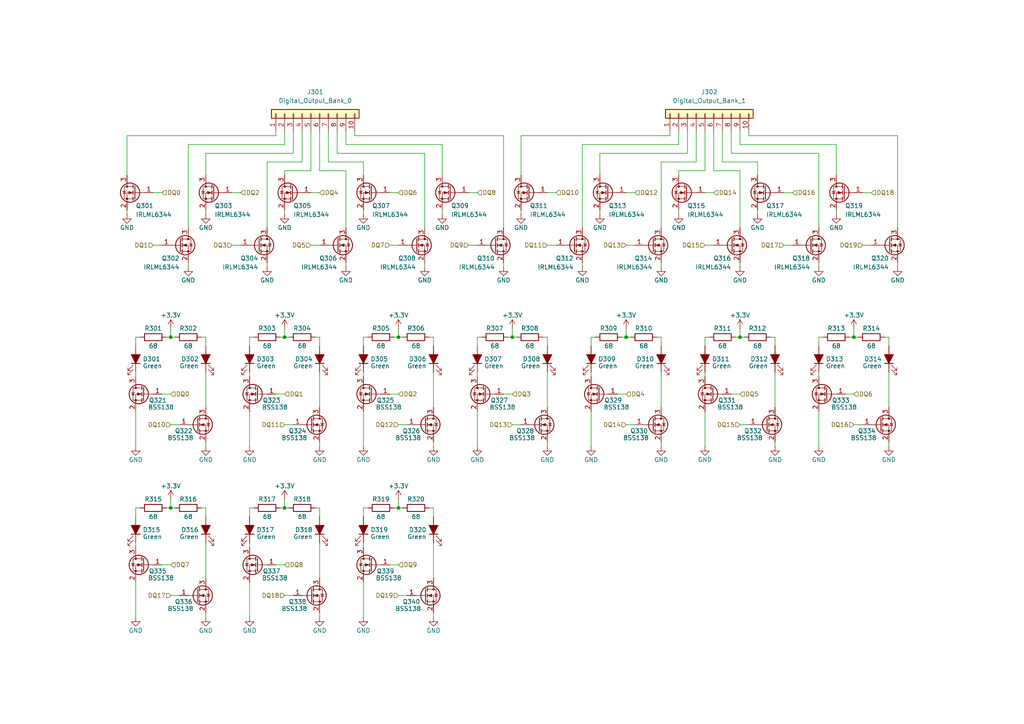
<source format=kicad_sch>
(kicad_sch (version 20250114) (generator "eeschema") (generator_version "9.0")
  (paper "A4")
  (title_block (title "ESP32 Remote IO") (date "2024-10-28") (rev "1") (company "Douglas Almeida"))
  (junction (at 181.61 97.79))
  (junction (at 148.59 97.79))
  (junction (at 49.53 97.79))
  (junction (at 247.65 97.79))
  (junction (at 82.55 147.32))
  (junction (at 82.55 97.79))
  (junction (at 115.57 147.32))
  (junction (at 49.53 147.32))
  (junction (at 115.57 97.79))
  (junction (at 214.63 97.79))
  (wire (pts (xy 114.3 97.79) (xy 115.57 97.79)))
  (wire (pts (xy 191.77 97.79) (xy 191.77 100.33)))
  (wire (pts (xy 260.35 76.2) (xy 260.35 77.47)))
  (wire (pts (xy 92.71 97.79) (xy 92.71 100.33)))
  (wire (pts (xy 190.5 97.79) (xy 191.77 97.79)))
  (wire (pts (xy 191.77 76.2) (xy 191.77 77.47)))
  (wire (pts (xy 58.42 97.79) (xy 59.69 97.79)))
  (wire (pts (xy 115.57 114.3) (xy 113.03 114.3)))
  (wire (pts (xy 209.55 46.99) (xy 209.55 38.1)))
  (wire (pts (xy 138.43 55.88) (xy 135.89 55.88)))
  (wire (pts (xy 125.73 177.8) (xy 125.73 179.07)))
  (wire (pts (xy 199.39 38.1) (xy 199.39 44.45)))
  (wire (pts (xy 181.61 95.25) (xy 181.61 97.79)))
  (wire (pts (xy 242.57 60.96) (xy 242.57 62.23)))
  (wire (pts (xy 181.61 71.12) (xy 184.15 71.12)))
  (wire (pts (xy 72.39 168.91) (xy 72.39 179.07)))
  (wire (pts (xy 201.93 46.99) (xy 201.93 38.1)))
  (wire (pts (xy 213.36 97.79) (xy 214.63 97.79)))
  (wire (pts (xy 82.55 114.3) (xy 80.01 114.3)))
  (wire (pts (xy 138.43 97.79) (xy 138.43 100.33)))
  (wire (pts (xy 135.89 71.12) (xy 138.43 71.12)))
  (wire (pts (xy 36.83 39.37) (xy 80.01 39.37)))
  (wire (pts (xy 72.39 97.79) (xy 72.39 100.33)))
  (wire (pts (xy 173.99 44.45) (xy 173.99 50.8)))
  (wire (pts (xy 256.54 97.79) (xy 257.81 97.79)))
  (wire (pts (xy 39.37 107.95) (xy 39.37 109.22)))
  (wire (pts (xy 69.85 55.88) (xy 67.31 55.88)))
  (wire (pts (xy 191.77 107.95) (xy 191.77 118.11)))
  (wire (pts (xy 95.25 46.99) (xy 95.25 38.1)))
  (wire (pts (xy 54.61 76.2) (xy 54.61 77.47)))
  (wire (pts (xy 90.17 71.12) (xy 92.71 71.12)))
  (wire (pts (xy 49.53 147.32) (xy 50.8 147.32)))
  (wire (pts (xy 67.31 71.12) (xy 69.85 71.12)))
  (wire (pts (xy 92.71 157.48) (xy 92.71 167.64)))
  (wire (pts (xy 39.37 147.32) (xy 39.37 149.86)))
  (wire (pts (xy 173.99 60.96) (xy 173.99 62.23)))
  (wire (pts (xy 105.41 60.96) (xy 105.41 62.23)))
  (wire (pts (xy 217.17 39.37) (xy 260.35 39.37)))
  (wire (pts (xy 196.85 41.91) (xy 196.85 38.1)))
  (wire (pts (xy 105.41 107.95) (xy 105.41 109.22)))
  (wire (pts (xy 82.55 172.72) (xy 85.09 172.72)))
  (wire (pts (xy 204.47 49.53) (xy 204.47 38.1)))
  (wire (pts (xy 158.75 97.79) (xy 158.75 100.33)))
  (wire (pts (xy 105.41 50.8) (xy 105.41 46.99)))
  (wire (pts (xy 59.69 157.48) (xy 59.69 167.64)))
  (wire (pts (xy 138.43 119.38) (xy 138.43 129.54)))
  (wire (pts (xy 59.69 147.32) (xy 59.69 149.86)))
  (wire (pts (xy 72.39 147.32) (xy 73.66 147.32)))
  (wire (pts (xy 217.17 39.37) (xy 217.17 38.1)))
  (wire (pts (xy 125.73 97.79) (xy 125.73 100.33)))
  (wire (pts (xy 196.85 60.96) (xy 196.85 62.23)))
  (wire (pts (xy 49.53 95.25) (xy 49.53 97.79)))
  (wire (pts (xy 59.69 50.8) (xy 59.69 44.45)))
  (wire (pts (xy 224.79 97.79) (xy 224.79 100.33)))
  (wire (pts (xy 124.46 97.79) (xy 125.73 97.79)))
  (wire (pts (xy 214.63 49.53) (xy 214.63 66.04)))
  (wire (pts (xy 92.71 147.32) (xy 92.71 149.86)))
  (wire (pts (xy 207.01 49.53) (xy 214.63 49.53)))
  (wire (pts (xy 49.53 172.72) (xy 52.07 172.72)))
  (wire (pts (xy 115.57 71.12) (xy 113.03 71.12)))
  (wire (pts (xy 105.41 157.48) (xy 105.41 158.75)))
  (wire (pts (xy 100.33 41.91) (xy 128.27 41.91)))
  (wire (pts (xy 237.49 97.79) (xy 238.76 97.79)))
  (wire (pts (xy 196.85 41.91) (xy 168.91 41.91)))
  (wire (pts (xy 82.55 123.19) (xy 85.09 123.19)))
  (wire (pts (xy 81.28 147.32) (xy 82.55 147.32)))
  (wire (pts (xy 146.05 39.37) (xy 146.05 66.04)))
  (wire (pts (xy 72.39 157.48) (xy 72.39 158.75)))
  (wire (pts (xy 105.41 168.91) (xy 105.41 179.07)))
  (wire (pts (xy 92.71 128.27) (xy 92.71 129.54)))
  (wire (pts (xy 214.63 123.19) (xy 217.17 123.19)))
  (wire (pts (xy 49.53 163.83) (xy 46.99 163.83)))
  (wire (pts (xy 105.41 46.99) (xy 95.25 46.99)))
  (wire (pts (xy 204.47 97.79) (xy 204.47 100.33)))
  (wire (pts (xy 151.13 60.96) (xy 151.13 62.23)))
  (wire (pts (xy 59.69 60.96) (xy 59.69 62.23)))
  (wire (pts (xy 158.75 71.12) (xy 161.29 71.12)))
  (wire (pts (xy 242.57 41.91) (xy 242.57 50.8)))
  (wire (pts (xy 237.49 97.79) (xy 237.49 100.33)))
  (wire (pts (xy 39.37 97.79) (xy 40.64 97.79)))
  (wire (pts (xy 181.61 114.3) (xy 179.07 114.3)))
  (wire (pts (xy 59.69 97.79) (xy 59.69 100.33)))
  (wire (pts (xy 91.44 147.32) (xy 92.71 147.32)))
  (wire (pts (xy 72.39 107.95) (xy 72.39 109.22)))
  (wire (pts (xy 82.55 95.25) (xy 82.55 97.79)))
  (wire (pts (xy 191.77 128.27) (xy 191.77 129.54)))
  (wire (pts (xy 102.87 39.37) (xy 102.87 38.1)))
  (wire (pts (xy 158.75 128.27) (xy 158.75 129.54)))
  (wire (pts (xy 115.57 163.83) (xy 113.03 163.83)))
  (wire (pts (xy 92.71 177.8) (xy 92.71 179.07)))
  (wire (pts (xy 191.77 46.99) (xy 191.77 66.04)))
  (wire (pts (xy 82.55 97.79) (xy 83.82 97.79)))
  (wire (pts (xy 196.85 49.53) (xy 196.85 50.8)))
  (wire (pts (xy 125.73 107.95) (xy 125.73 118.11)))
  (wire (pts (xy 171.45 97.79) (xy 171.45 100.33)))
  (wire (pts (xy 214.63 41.91) (xy 214.63 38.1)))
  (wire (pts (xy 148.59 95.25) (xy 148.59 97.79)))
  (wire (pts (xy 201.93 46.99) (xy 191.77 46.99)))
  (wire (pts (xy 146.05 76.2) (xy 146.05 77.47)))
  (wire (pts (xy 212.09 44.45) (xy 237.49 44.45)))
  (wire (pts (xy 128.27 60.96) (xy 128.27 62.23)))
  (wire (pts (xy 39.37 97.79) (xy 39.37 100.33)))
  (wire (pts (xy 158.75 107.95) (xy 158.75 118.11)))
  (wire (pts (xy 59.69 128.27) (xy 59.69 129.54)))
  (wire (pts (xy 115.57 123.19) (xy 118.11 123.19)))
  (wire (pts (xy 125.73 147.32) (xy 125.73 149.86)))
  (wire (pts (xy 247.65 95.25) (xy 247.65 97.79)))
  (wire (pts (xy 115.57 95.25) (xy 115.57 97.79)))
  (wire (pts (xy 48.26 147.32) (xy 49.53 147.32)))
  (wire (pts (xy 82.55 41.91) (xy 82.55 38.1)))
  (wire (pts (xy 82.55 60.96) (xy 82.55 62.23)))
  (wire (pts (xy 44.45 71.12) (xy 46.99 71.12)))
  (wire (pts (xy 214.63 97.79) (xy 215.9 97.79)))
  (wire (pts (xy 237.49 44.45) (xy 237.49 66.04)))
  (wire (pts (xy 180.34 97.79) (xy 181.61 97.79)))
  (wire (pts (xy 207.01 55.88) (xy 204.47 55.88)))
  (wire (pts (xy 123.19 76.2) (xy 123.19 77.47)))
  (wire (pts (xy 115.57 147.32) (xy 116.84 147.32)))
  (wire (pts (xy 54.61 66.04) (xy 54.61 41.91)))
  (wire (pts (xy 46.99 55.88) (xy 44.45 55.88)))
  (wire (pts (xy 171.45 107.95) (xy 171.45 109.22)))
  (wire (pts (xy 229.87 71.12) (xy 227.33 71.12)))
  (wire (pts (xy 171.45 97.79) (xy 172.72 97.79)))
  (wire (pts (xy 260.35 39.37) (xy 260.35 66.04)))
  (wire (pts (xy 72.39 119.38) (xy 72.39 129.54)))
  (wire (pts (xy 224.79 128.27) (xy 224.79 129.54)))
  (wire (pts (xy 85.09 44.45) (xy 85.09 38.1)))
  (wire (pts (xy 148.59 123.19) (xy 151.13 123.19)))
  (wire (pts (xy 82.55 163.83) (xy 80.01 163.83)))
  (wire (pts (xy 194.31 39.37) (xy 194.31 38.1)))
  (wire (pts (xy 92.71 107.95) (xy 92.71 118.11)))
  (wire (pts (xy 138.43 107.95) (xy 138.43 109.22)))
  (wire (pts (xy 87.63 46.99) (xy 87.63 38.1)))
  (wire (pts (xy 204.47 97.79) (xy 205.74 97.79)))
  (wire (pts (xy 168.91 41.91) (xy 168.91 66.04)))
  (wire (pts (xy 219.71 60.96) (xy 219.71 62.23)))
  (wire (pts (xy 246.38 97.79) (xy 247.65 97.79)))
  (wire (pts (xy 250.19 71.12) (xy 252.73 71.12)))
  (wire (pts (xy 92.71 49.53) (xy 92.71 38.1)))
  (wire (pts (xy 48.26 97.79) (xy 49.53 97.79)))
  (wire (pts (xy 148.59 97.79) (xy 149.86 97.79)))
  (wire (pts (xy 209.55 46.99) (xy 219.71 46.99)))
  (wire (pts (xy 58.42 147.32) (xy 59.69 147.32)))
  (wire (pts (xy 125.73 128.27) (xy 125.73 129.54)))
  (wire (pts (xy 227.33 55.88) (xy 229.87 55.88)))
  (wire (pts (xy 181.61 97.79) (xy 182.88 97.79)))
  (wire (pts (xy 151.13 39.37) (xy 194.31 39.37)))
  (wire (pts (xy 82.55 147.32) (xy 83.82 147.32)))
  (wire (pts (xy 237.49 107.95) (xy 237.49 109.22)))
  (wire (pts (xy 214.63 76.2) (xy 214.63 77.47)))
  (wire (pts (xy 113.03 55.88) (xy 115.57 55.88)))
  (wire (pts (xy 181.61 123.19) (xy 184.15 123.19)))
  (wire (pts (xy 59.69 177.8) (xy 59.69 179.07)))
  (wire (pts (xy 252.73 55.88) (xy 250.19 55.88)))
  (wire (pts (xy 82.55 49.53) (xy 82.55 50.8)))
  (wire (pts (xy 212.09 44.45) (xy 212.09 38.1)))
  (wire (pts (xy 171.45 119.38) (xy 171.45 129.54)))
  (wire (pts (xy 39.37 147.32) (xy 40.64 147.32)))
  (wire (pts (xy 124.46 147.32) (xy 125.73 147.32)))
  (wire (pts (xy 97.79 44.45) (xy 97.79 38.1)))
  (wire (pts (xy 49.53 144.78) (xy 49.53 147.32)))
  (wire (pts (xy 123.19 44.45) (xy 97.79 44.45)))
  (wire (pts (xy 204.47 119.38) (xy 204.47 129.54)))
  (wire (pts (xy 49.53 97.79) (xy 50.8 97.79)))
  (wire (pts (xy 80.01 39.37) (xy 80.01 38.1)))
  (wire (pts (xy 128.27 41.91) (xy 128.27 50.8)))
  (wire (pts (xy 148.59 114.3) (xy 146.05 114.3)))
  (wire (pts (xy 219.71 46.99) (xy 219.71 50.8)))
  (wire (pts (xy 247.65 97.79) (xy 248.92 97.79)))
  (wire (pts (xy 115.57 144.78) (xy 115.57 147.32)))
  (wire (pts (xy 237.49 76.2) (xy 237.49 77.47)))
  (wire (pts (xy 151.13 39.37) (xy 151.13 50.8)))
  (wire (pts (xy 147.32 97.79) (xy 148.59 97.79)))
  (wire (pts (xy 214.63 41.91) (xy 242.57 41.91)))
  (wire (pts (xy 90.17 49.53) (xy 90.17 38.1)))
  (wire (pts (xy 36.83 50.8) (xy 36.83 39.37)))
  (wire (pts (xy 115.57 97.79) (xy 116.84 97.79)))
  (wire (pts (xy 138.43 97.79) (xy 139.7 97.79)))
  (wire (pts (xy 100.33 49.53) (xy 92.71 49.53)))
  (wire (pts (xy 105.41 147.32) (xy 106.68 147.32)))
  (wire (pts (xy 105.41 97.79) (xy 106.68 97.79)))
  (wire (pts (xy 91.44 97.79) (xy 92.71 97.79)))
  (wire (pts (xy 257.81 128.27) (xy 257.81 129.54)))
  (wire (pts (xy 100.33 41.91) (xy 100.33 38.1)))
  (wire (pts (xy 168.91 76.2) (xy 168.91 77.47)))
  (wire (pts (xy 247.65 123.19) (xy 250.19 123.19)))
  (wire (pts (xy 125.73 157.48) (xy 125.73 167.64)))
  (wire (pts (xy 82.55 144.78) (xy 82.55 147.32)))
  (wire (pts (xy 59.69 107.95) (xy 59.69 118.11)))
  (wire (pts (xy 77.47 46.99) (xy 87.63 46.99)))
  (wire (pts (xy 214.63 114.3) (xy 212.09 114.3)))
  (wire (pts (xy 237.49 119.38) (xy 237.49 129.54)))
  (wire (pts (xy 49.53 114.3) (xy 46.99 114.3)))
  (wire (pts (xy 105.41 119.38) (xy 105.41 129.54)))
  (wire (pts (xy 39.37 119.38) (xy 39.37 129.54)))
  (wire (pts (xy 184.15 55.88) (xy 181.61 55.88)))
  (wire (pts (xy 105.41 97.79) (xy 105.41 100.33)))
  (wire (pts (xy 115.57 172.72) (xy 118.11 172.72)))
  (wire (pts (xy 161.29 55.88) (xy 158.75 55.88)))
  (wire (pts (xy 146.05 39.37) (xy 102.87 39.37)))
  (wire (pts (xy 257.81 97.79) (xy 257.81 100.33)))
  (wire (pts (xy 49.53 123.19) (xy 52.07 123.19)))
  (wire (pts (xy 199.39 44.45) (xy 173.99 44.45)))
  (wire (pts (xy 92.71 55.88) (xy 90.17 55.88)))
  (wire (pts (xy 224.79 107.95) (xy 224.79 118.11)))
  (wire (pts (xy 81.28 97.79) (xy 82.55 97.79)))
  (wire (pts (xy 82.55 49.53) (xy 90.17 49.53)))
  (wire (pts (xy 257.81 107.95) (xy 257.81 118.11)))
  (wire (pts (xy 207.01 38.1) (xy 207.01 49.53)))
  (wire (pts (xy 59.69 44.45) (xy 85.09 44.45)))
  (wire (pts (xy 204.47 107.95) (xy 204.47 109.22)))
  (wire (pts (xy 72.39 97.79) (xy 73.66 97.79)))
  (wire (pts (xy 204.47 71.12) (xy 207.01 71.12)))
  (wire (pts (xy 77.47 66.04) (xy 77.47 46.99)))
  (wire (pts (xy 36.83 60.96) (xy 36.83 62.23)))
  (wire (pts (xy 214.63 95.25) (xy 214.63 97.79)))
  (wire (pts (xy 72.39 147.32) (xy 72.39 149.86)))
  (wire (pts (xy 39.37 168.91) (xy 39.37 179.07)))
  (wire (pts (xy 77.47 76.2) (xy 77.47 77.47)))
  (wire (pts (xy 123.19 66.04) (xy 123.19 44.45)))
  (wire (pts (xy 204.47 49.53) (xy 196.85 49.53)))
  (wire (pts (xy 54.61 41.91) (xy 82.55 41.91)))
  (wire (pts (xy 105.41 147.32) (xy 105.41 149.86)))
  (wire (pts (xy 39.37 157.48) (xy 39.37 158.75)))
  (wire (pts (xy 247.65 114.3) (xy 245.11 114.3)))
  (wire (pts (xy 100.33 66.04) (xy 100.33 49.53)))
  (wire (pts (xy 114.3 147.32) (xy 115.57 147.32)))
  (wire (pts (xy 157.48 97.79) (xy 158.75 97.79)))
  (wire (pts (xy 223.52 97.79) (xy 224.79 97.79)))
  (wire (pts (xy 100.33 76.2) (xy 100.33 77.47)))
  (hierarchical_label "DQ2" (shape input) (at 69.85 55.88 0))
  (hierarchical_label "DQ9" (shape input) (at 135.89 71.12 180))
  (hierarchical_label "DQ3" (shape input) (at 148.59 114.3 0))
  (hierarchical_label "DQ8" (shape input) (at 82.55 163.83 0))
  (hierarchical_label "DQ19" (shape input) (at 115.57 172.72 180))
  (hierarchical_label "DQ15" (shape input) (at 214.63 123.19 180))
  (hierarchical_label "DQ18" (shape input) (at 252.73 55.88 0))
  (hierarchical_label "DQ9" (shape input) (at 115.57 163.83 0))
  (hierarchical_label "DQ6" (shape input) (at 115.57 55.88 0))
  (hierarchical_label "DQ13" (shape input) (at 148.59 123.19 180))
  (hierarchical_label "DQ14" (shape input) (at 181.61 123.19 180))
  (hierarchical_label "DQ1" (shape input) (at 82.55 114.3 0))
  (hierarchical_label "DQ18" (shape input) (at 82.55 172.72 180))
  (hierarchical_label "DQ7" (shape input) (at 49.53 163.83 0))
  (hierarchical_label "DQ13" (shape input) (at 181.61 71.12 180))
  (hierarchical_label "DQ12" (shape input) (at 115.57 123.19 180))
  (hierarchical_label "DQ10" (shape input) (at 49.53 123.19 180))
  (hierarchical_label "DQ15" (shape input) (at 204.47 71.12 180))
  (hierarchical_label "DQ1" (shape input) (at 44.45 71.12 180))
  (hierarchical_label "DQ11" (shape input) (at 82.55 123.19 180))
  (hierarchical_label "DQ0" (shape input) (at 49.53 114.3 0))
  (hierarchical_label "DQ16" (shape input) (at 229.87 55.88 0))
  (hierarchical_label "DQ17" (shape input) (at 227.33 71.12 180))
  (hierarchical_label "DQ7" (shape input) (at 113.03 71.12 180))
  (hierarchical_label "DQ16" (shape input) (at 247.65 123.19 180))
  (hierarchical_label "DQ17" (shape input) (at 49.53 172.72 180))
  (hierarchical_label "DQ11" (shape input) (at 158.75 71.12 180))
  (hierarchical_label "DQ4" (shape input) (at 92.71 55.88 0))
  (hierarchical_label "DQ14" (shape input) (at 207.01 55.88 0))
  (hierarchical_label "DQ6" (shape input) (at 247.65 114.3 0))
  (hierarchical_label "DQ5" (shape input) (at 214.63 114.3 0))
  (hierarchical_label "DQ3" (shape input) (at 67.31 71.12 180))
  (hierarchical_label "DQ4" (shape input) (at 181.61 114.3 0))
  (hierarchical_label "DQ5" (shape input) (at 90.17 71.12 180))
  (hierarchical_label "DQ10" (shape input) (at 161.29 55.88 0))
  (hierarchical_label "DQ0" (shape input) (at 46.99 55.88 0))
  (hierarchical_label "DQ12" (shape input) (at 184.15 55.88 0))
  (hierarchical_label "DQ2" (shape input) (at 115.57 114.3 0))
  (hierarchical_label "DQ8" (shape input) (at 138.43 55.88 0))
  (hierarchical_label "DQ19" (shape input) (at 250.19 71.12 180))
  (symbol (lib_id "esp32_rio-symbols:Q_NMOS_GSD") (at 39.37 55.88 0) (mirror y) (unit 1)
    (property "Reference" "Q301" (at 39.37 59.69 0) (effects (justify right)))
    (property "Value" "IRLML6344" (at 39.37 62.23 0) (effects (justify right)))
    (property "Footprint" "Package_TO_SOT_SMD:SOT-23" (effects (hide yes)))
    (property "Datasheet" "https://www.infineon.com/dgdl/Infineon-IRLML6344-DataSheet-v01_01-EN.pdf?fileId=5546d462533600a4015356689c44262c" (effects (hide yes)))
    (property "Description" "30V Vds, 5A Id, N-Channel MOSFET, SOT-23" (effects (hide yes)))
    (property "Part#" "IRLML6344TRPBF" (effects (hide yes)))
  )
  (symbol (lib_id "esp32_rio-symbols:BSS138") (at 173.99 114.3 0) (mirror y) (unit 1)
    (property "Reference" "Q329" (at 175.26 116.84 0) (effects (justify right bottom)))
    (property "Value" "BSS138" (at 175.006 118.11 0) (effects (justify right)))
    (property "Footprint" "Package_TO_SOT_SMD:SOT-23" (effects (hide yes)))
    (property "Datasheet" "https://www.onsemi.com/pub/Collateral/BSS138-D.PDF" (effects (hide yes)))
    (property "Description" "50V Vds, 0.22A Id, N-Channel MOSFET, SOT-23" (effects (hide yes)))
    (property "Part#" "BSS138-7-F" (effects (hide yes)))
  )
  (symbol (lib_id "power:+3.3V") (at 82.55 144.78 0) (mirror y) (unit 1)
    (property "Reference" "#PWR0326" (effects (hide yes)))
    (property "Value" "+3.3V" (at 82.55 140.97 0))
    (property "Description" "Power symbol creates a global label with name \"+3.3V\"" (effects (hide yes)))
  )
  (symbol (lib_id "esp32_rio-symbols:Q_NMOS_GSD") (at 153.67 55.88 0) (mirror y) (unit 1)
    (property "Reference" "Q311" (at 153.67 59.69 0) (effects (justify right)))
    (property "Value" "IRLML6344" (at 153.67 62.23 0) (effects (justify right)))
    (property "Footprint" "Package_TO_SOT_SMD:SOT-23" (effects (hide yes)))
    (property "Datasheet" "https://www.infineon.com/dgdl/Infineon-IRLML6344-DataSheet-v01_01-EN.pdf?fileId=5546d462533600a4015356689c44262c" (effects (hide yes)))
    (property "Description" "30V Vds, 5A Id, N-Channel MOSFET, SOT-23" (effects (hide yes)))
    (property "Part#" "IRLML6344TRPBF" (effects (hide yes)))
  )
  (symbol (lib_id "esp32_rio-symbols:BSS138") (at 123.19 172.72 0) (unit 1)
    (property "Reference" "Q340" (at 121.92 175.26 0) (effects (justify right bottom)))
    (property "Value" "BSS138" (at 122.174 176.53 0) (effects (justify right)))
    (property "Footprint" "Package_TO_SOT_SMD:SOT-23" (effects (hide yes)))
    (property "Datasheet" "https://www.onsemi.com/pub/Collateral/BSS138-D.PDF" (effects (hide yes)))
    (property "Description" "50V Vds, 0.22A Id, N-Channel MOSFET, SOT-23" (effects (hide yes)))
    (property "Part#" "BSS138-7-F" (effects (hide yes)))
  )
  (symbol (lib_id "power:+3.3V") (at 148.59 95.25 0) (mirror y) (unit 1)
    (property "Reference" "#PWR0311" (effects (hide yes)))
    (property "Value" "+3.3V" (at 148.59 91.44 0))
    (property "Description" "Power symbol creates a global label with name \"+3.3V\"" (effects (hide yes)))
  )
  (symbol (lib_name "GND_1") (lib_id "power:GND") (at 214.63 77.47 0) (unit 1)
    (property "Reference" "#PWR059" (effects (hide yes)))
    (property "Value" "GND" (at 214.63 81.28 0))
  )
  (symbol (lib_name "GND_1") (lib_id "power:GND") (at 224.79 129.54 0) (unit 1)
    (property "Reference" "#PWR0318" (effects (hide yes)))
    (property "Value" "GND" (at 224.79 133.35 0))
  )
  (symbol (lib_id "esp32_rio-symbols:BSS138") (at 189.23 123.19 0) (unit 1)
    (property "Reference" "Q330" (at 187.96 125.73 0) (effects (justify right bottom)))
    (property "Value" "BSS138" (at 188.214 127 0) (effects (justify right)))
    (property "Footprint" "Package_TO_SOT_SMD:SOT-23" (effects (hide yes)))
    (property "Datasheet" "https://www.onsemi.com/pub/Collateral/BSS138-D.PDF" (effects (hide yes)))
    (property "Description" "50V Vds, 0.22A Id, N-Channel MOSFET, SOT-23" (effects (hide yes)))
    (property "Part#" "BSS138-7-F" (effects (hide yes)))
  )
  (symbol (lib_name "GND_1") (lib_id "power:GND") (at 72.39 129.54 0) (unit 1)
    (property "Reference" "#PWR0304" (effects (hide yes)))
    (property "Value" "GND" (at 72.39 133.35 0))
  )
  (symbol (lib_id "esp32_rio-symbols:LED_Filled") (at 92.71 104.14 90) (unit 1)
    (property "Reference" "D304" (at 90.678 104.14 90) (effects (justify left)))
    (property "Value" "Green" (at 90.678 105.41 90) (effects (justify left bottom)))
    (property "Footprint" "esp32_rio-footprints:LED_D3.0mm" (effects (hide yes)))
    (property "Description" "Light emitting diode, filled shape" (effects (hide yes)))
    (property "Part#" "204-10SYGD/S530-E2-L" (effects (hide yes)))
  )
  (symbol (lib_id "esp32_rio-symbols:BSS138") (at 107.95 163.83 0) (mirror y) (unit 1)
    (property "Reference" "Q339" (at 109.22 166.37 0) (effects (justify right bottom)))
    (property "Value" "BSS138" (at 108.966 167.64 0) (effects (justify right)))
    (property "Footprint" "Package_TO_SOT_SMD:SOT-23" (effects (hide yes)))
    (property "Datasheet" "https://www.onsemi.com/pub/Collateral/BSS138-D.PDF" (effects (hide yes)))
    (property "Description" "50V Vds, 0.22A Id, N-Channel MOSFET, SOT-23" (effects (hide yes)))
    (property "Part#" "BSS138-7-F" (effects (hide yes)))
  )
  (symbol (lib_id "esp32_rio-symbols:R") (at 44.45 147.32 90) (unit 1)
    (property "Reference" "R315" (at 44.45 144.78 90))
    (property "Value" "68" (at 44.45 149.86 90))
    (property "Footprint" "Resistor_SMD:R_0603_1608Metric" (effects (hide yes)))
    (property "Description" "Resistor" (effects (hide yes)))
    (property "Part#" "RC0603FR-0768RL" (effects (hide yes)))
  )
  (symbol (lib_id "esp32_rio-symbols:R") (at 110.49 147.32 90) (unit 1)
    (property "Reference" "R319" (at 110.49 144.78 90))
    (property "Value" "68" (at 110.49 149.86 90))
    (property "Footprint" "Resistor_SMD:R_0603_1608Metric" (effects (hide yes)))
    (property "Description" "Resistor" (effects (hide yes)))
    (property "Part#" "RC0603FR-0768RL" (effects (hide yes)))
  )
  (symbol (lib_id "esp32_rio-symbols:BSS138") (at 90.17 123.19 0) (unit 1)
    (property "Reference" "Q324" (at 88.9 125.73 0) (effects (justify right bottom)))
    (property "Value" "BSS138" (at 89.154 127 0) (effects (justify right)))
    (property "Footprint" "Package_TO_SOT_SMD:SOT-23" (effects (hide yes)))
    (property "Datasheet" "https://www.onsemi.com/pub/Collateral/BSS138-D.PDF" (effects (hide yes)))
    (property "Description" "50V Vds, 0.22A Id, N-Channel MOSFET, SOT-23" (effects (hide yes)))
    (property "Part#" "BSS138-7-F" (effects (hide yes)))
  )
  (symbol (lib_name "GND_1") (lib_id "power:GND") (at 72.39 179.07 0) (unit 1)
    (property "Reference" "#PWR0325" (effects (hide yes)))
    (property "Value" "GND" (at 72.39 182.88 0))
  )
  (symbol (lib_id "esp32_rio-symbols:BSS138") (at 123.19 123.19 0) (unit 1)
    (property "Reference" "Q326" (at 121.92 125.73 0) (effects (justify right bottom)))
    (property "Value" "BSS138" (at 122.174 127 0) (effects (justify right)))
    (property "Footprint" "Package_TO_SOT_SMD:SOT-23" (effects (hide yes)))
    (property "Datasheet" "https://www.onsemi.com/pub/Collateral/BSS138-D.PDF" (effects (hide yes)))
    (property "Description" "50V Vds, 0.22A Id, N-Channel MOSFET, SOT-23" (effects (hide yes)))
    (property "Part#" "BSS138-7-F" (effects (hide yes)))
  )
  (symbol (lib_name "GND_1") (lib_id "power:GND") (at 173.99 62.23 0) (unit 1)
    (property "Reference" "#PWR056" (effects (hide yes)))
    (property "Value" "GND" (at 173.99 66.04 0))
  )
  (symbol (lib_id "esp32_rio-symbols:Q_NMOS_GSD") (at 130.81 55.88 0) (mirror y) (unit 1)
    (property "Reference" "Q309" (at 130.81 59.69 0) (effects (justify right)))
    (property "Value" "IRLML6344" (at 130.81 62.23 0) (effects (justify right)))
    (property "Footprint" "Package_TO_SOT_SMD:SOT-23" (effects (hide yes)))
    (property "Datasheet" "https://www.infineon.com/dgdl/Infineon-IRLML6344-DataSheet-v01_01-EN.pdf?fileId=5546d462533600a4015356689c44262c" (effects (hide yes)))
    (property "Description" "30V Vds, 5A Id, N-Channel MOSFET, SOT-23" (effects (hide yes)))
    (property "Part#" "IRLML6344TRPBF" (effects (hide yes)))
  )
  (symbol (lib_name "GND_1") (lib_id "power:GND") (at 105.41 62.23 0) (unit 1)
    (property "Reference" "#PWR052" (effects (hide yes)))
    (property "Value" "GND" (at 105.41 66.04 0))
  )
  (symbol (lib_id "esp32_rio-symbols:R") (at 153.67 97.79 90) (unit 1)
    (property "Reference" "R308" (at 153.67 95.25 90))
    (property "Value" "68" (at 153.67 100.33 90))
    (property "Footprint" "Resistor_SMD:R_0603_1608Metric" (effects (hide yes)))
    (property "Description" "Resistor" (effects (hide yes)))
    (property "Part#" "RC0603FR-0768RL" (effects (hide yes)))
  )
  (symbol (lib_id "power:+3.3V") (at 82.55 95.25 0) (mirror y) (unit 1)
    (property "Reference" "#PWR0305" (effects (hide yes)))
    (property "Value" "+3.3V" (at 82.55 91.44 0))
    (property "Description" "Power symbol creates a global label with name \"+3.3V\"" (effects (hide yes)))
  )
  (symbol (lib_id "esp32_rio-symbols:Q_NMOS_GSD") (at 212.09 71.12 0) (unit 1)
    (property "Reference" "Q316" (at 212.09 74.93 0) (effects (justify right)))
    (property "Value" "IRLML6344" (at 212.09 77.47 0) (effects (justify right)))
    (property "Footprint" "Package_TO_SOT_SMD:SOT-23" (effects (hide yes)))
    (property "Datasheet" "https://www.infineon.com/dgdl/Infineon-IRLML6344-DataSheet-v01_01-EN.pdf?fileId=5546d462533600a4015356689c44262c" (effects (hide yes)))
    (property "Description" "30V Vds, 5A Id, N-Channel MOSFET, SOT-23" (effects (hide yes)))
    (property "Part#" "IRLML6344TRPBF" (effects (hide yes)))
  )
  (symbol (lib_name "GND_1") (lib_id "power:GND") (at 138.43 129.54 0) (unit 1)
    (property "Reference" "#PWR0310" (effects (hide yes)))
    (property "Value" "GND" (at 138.43 133.35 0))
  )
  (symbol (lib_id "esp32_rio-symbols:R") (at 120.65 147.32 90) (unit 1)
    (property "Reference" "R320" (at 120.65 144.78 90))
    (property "Value" "68" (at 120.65 149.86 90))
    (property "Footprint" "Resistor_SMD:R_0603_1608Metric" (effects (hide yes)))
    (property "Description" "Resistor" (effects (hide yes)))
    (property "Part#" "RC0603FR-0768RL" (effects (hide yes)))
  )
  (symbol (lib_id "esp32_rio-symbols:LED_Filled") (at 237.49 104.14 270) (mirror x) (unit 1)
    (property "Reference" "D313" (at 239.522 104.14 90) (effects (justify left)))
    (property "Value" "Green" (at 239.522 105.41 90) (effects (justify left bottom)))
    (property "Footprint" "esp32_rio-footprints:LED_D3.0mm" (effects (hide yes)))
    (property "Description" "Light emitting diode, filled shape" (effects (hide yes)))
    (property "Part#" "204-10SYGD/S530-E2-L" (effects (hide yes)))
  )
  (symbol (lib_name "GND_1") (lib_id "power:GND") (at 196.85 62.23 0) (unit 1)
    (property "Reference" "#PWR058" (effects (hide yes)))
    (property "Value" "GND" (at 196.85 66.04 0))
  )
  (symbol (lib_id "esp32_rio-symbols:R") (at 77.47 147.32 90) (unit 1)
    (property "Reference" "R317" (at 77.47 144.78 90))
    (property "Value" "68" (at 77.47 149.86 90))
    (property "Footprint" "Resistor_SMD:R_0603_1608Metric" (effects (hide yes)))
    (property "Description" "Resistor" (effects (hide yes)))
    (property "Part#" "RC0603FR-0768RL" (effects (hide yes)))
  )
  (symbol (lib_id "esp32_rio-symbols:Q_NMOS_GSD") (at 189.23 71.12 0) (unit 1)
    (property "Reference" "Q314" (at 189.23 74.93 0) (effects (justify right)))
    (property "Value" "IRLML6344" (at 189.23 77.47 0) (effects (justify right)))
    (property "Footprint" "Package_TO_SOT_SMD:SOT-23" (effects (hide yes)))
    (property "Datasheet" "https://www.infineon.com/dgdl/Infineon-IRLML6344-DataSheet-v01_01-EN.pdf?fileId=5546d462533600a4015356689c44262c" (effects (hide yes)))
    (property "Description" "30V Vds, 5A Id, N-Channel MOSFET, SOT-23" (effects (hide yes)))
    (property "Part#" "IRLML6344TRPBF" (effects (hide yes)))
  )
  (symbol (lib_name "GND_1") (lib_id "power:GND") (at 36.83 62.23 0) (unit 1)
    (property "Reference" "#PWR062" (effects (hide yes)))
    (property "Value" "GND" (at 36.83 66.04 0))
  )
  (symbol (lib_name "GND_1") (lib_id "power:GND") (at 77.47 77.47 0) (unit 1)
    (property "Reference" "#PWR065" (effects (hide yes)))
    (property "Value" "GND" (at 77.47 81.28 0))
  )
  (symbol (lib_name "GND_1") (lib_id "power:GND") (at 59.69 62.23 0) (unit 1)
    (property "Reference" "#PWR064" (effects (hide yes)))
    (property "Value" "GND" (at 59.69 66.04 0))
  )
  (symbol (lib_id "esp32_rio-symbols:LED_Filled") (at 72.39 153.67 270) (mirror x) (unit 1)
    (property "Reference" "D317" (at 74.422 153.67 90) (effects (justify left)))
    (property "Value" "Green" (at 74.422 154.94 90) (effects (justify left bottom)))
    (property "Footprint" "esp32_rio-footprints:LED_D3.0mm" (effects (hide yes)))
    (property "Description" "Light emitting diode, filled shape" (effects (hide yes)))
    (property "Part#" "204-10SYGD/S530-E2-L" (effects (hide yes)))
  )
  (symbol (lib_id "esp32_rio-symbols:Q_NMOS_GSD") (at 245.11 55.88 0) (mirror y) (unit 1)
    (property "Reference" "Q319" (at 245.11 59.69 0) (effects (justify right)))
    (property "Value" "IRLML6344" (at 245.11 62.23 0) (effects (justify right)))
    (property "Footprint" "Package_TO_SOT_SMD:SOT-23" (effects (hide yes)))
    (property "Datasheet" "https://www.infineon.com/dgdl/Infineon-IRLML6344-DataSheet-v01_01-EN.pdf?fileId=5546d462533600a4015356689c44262c" (effects (hide yes)))
    (property "Description" "30V Vds, 5A Id, N-Channel MOSFET, SOT-23" (effects (hide yes)))
    (property "Part#" "IRLML6344TRPBF" (effects (hide yes)))
  )
  (symbol (lib_id "esp32_rio-symbols:LED_Filled") (at 125.73 104.14 90) (unit 1)
    (property "Reference" "D306" (at 123.698 104.14 90) (effects (justify left)))
    (property "Value" "Green" (at 123.698 105.41 90) (effects (justify left bottom)))
    (property "Footprint" "esp32_rio-footprints:LED_D3.0mm" (effects (hide yes)))
    (property "Description" "Light emitting diode, filled shape" (effects (hide yes)))
    (property "Part#" "204-10SYGD/S530-E2-L" (effects (hide yes)))
  )
  (symbol (lib_id "esp32_rio-symbols:Q_NMOS_GSD") (at 62.23 55.88 0) (mirror y) (unit 1)
    (property "Reference" "Q303" (at 62.23 59.69 0) (effects (justify right)))
    (property "Value" "IRLML6344" (at 62.23 62.23 0) (effects (justify right)))
    (property "Footprint" "Package_TO_SOT_SMD:SOT-23" (effects (hide yes)))
    (property "Datasheet" "https://www.infineon.com/dgdl/Infineon-IRLML6344-DataSheet-v01_01-EN.pdf?fileId=5546d462533600a4015356689c44262c" (effects (hide yes)))
    (property "Description" "30V Vds, 5A Id, N-Channel MOSFET, SOT-23" (effects (hide yes)))
    (property "Part#" "IRLML6344TRPBF" (effects (hide yes)))
  )
  (symbol (lib_id "esp32_rio-symbols:R") (at 77.47 97.79 90) (unit 1)
    (property "Reference" "R303" (at 77.47 95.25 90))
    (property "Value" "68" (at 77.47 100.33 90))
    (property "Footprint" "Resistor_SMD:R_0603_1608Metric" (effects (hide yes)))
    (property "Description" "Resistor" (effects (hide yes)))
    (property "Part#" "RC0603FR-0768RL" (effects (hide yes)))
  )
  (symbol (lib_name "GND_1") (lib_id "power:GND") (at 260.35 77.47 0) (unit 1)
    (property "Reference" "#PWR069" (effects (hide yes)))
    (property "Value" "GND" (at 260.35 81.28 0))
  )
  (symbol (lib_name "GND_1") (lib_id "power:GND") (at 242.57 62.23 0) (unit 1)
    (property "Reference" "#PWR068" (effects (hide yes)))
    (property "Value" "GND" (at 242.57 66.04 0))
  )
  (symbol (lib_name "GND_1") (lib_id "power:GND") (at 54.61 77.47 0) (unit 1)
    (property "Reference" "#PWR063" (effects (hide yes)))
    (property "Value" "GND" (at 54.61 81.28 0))
  )
  (symbol (lib_id "power:+3.3V") (at 214.63 95.25 0) (mirror y) (unit 1)
    (property "Reference" "#PWR0317" (effects (hide yes)))
    (property "Value" "+3.3V" (at 214.63 91.44 0))
    (property "Description" "Power symbol creates a global label with name \"+3.3V\"" (effects (hide yes)))
  )
  (symbol (lib_id "power:+3.3V") (at 181.61 95.25 0) (mirror y) (unit 1)
    (property "Reference" "#PWR0314" (effects (hide yes)))
    (property "Value" "+3.3V" (at 181.61 91.44 0))
    (property "Description" "Power symbol creates a global label with name \"+3.3V\"" (effects (hide yes)))
  )
  (symbol (lib_name "GND_1") (lib_id "power:GND") (at 237.49 129.54 0) (unit 1)
    (property "Reference" "#PWR0319" (effects (hide yes)))
    (property "Value" "GND" (at 237.49 133.35 0))
  )
  (symbol (lib_id "esp32_rio-symbols:R") (at 54.61 97.79 90) (unit 1)
    (property "Reference" "R302" (at 54.61 95.25 90))
    (property "Value" "68" (at 54.61 100.33 90))
    (property "Footprint" "Resistor_SMD:R_0603_1608Metric" (effects (hide yes)))
    (property "Description" "Resistor" (effects (hide yes)))
    (property "Part#" "RC0603FR-0768RL" (effects (hide yes)))
  )
  (symbol (lib_id "esp32_rio-symbols:R") (at 54.61 147.32 90) (unit 1)
    (property "Reference" "R316" (at 54.61 144.78 90))
    (property "Value" "68" (at 54.61 149.86 90))
    (property "Footprint" "Resistor_SMD:R_0603_1608Metric" (effects (hide yes)))
    (property "Description" "Resistor" (effects (hide yes)))
    (property "Part#" "RC0603FR-0768RL" (effects (hide yes)))
  )
  (symbol (lib_id "esp32_rio-symbols:LED_Filled") (at 105.41 153.67 270) (mirror x) (unit 1)
    (property "Reference" "D319" (at 107.442 153.67 90) (effects (justify left)))
    (property "Value" "Green" (at 107.442 154.94 90) (effects (justify left bottom)))
    (property "Footprint" "esp32_rio-footprints:LED_D3.0mm" (effects (hide yes)))
    (property "Description" "Light emitting diode, filled shape" (effects (hide yes)))
    (property "Part#" "204-10SYGD/S530-E2-L" (effects (hide yes)))
  )
  (symbol (lib_id "esp32_rio-symbols:Q_NMOS_GSD") (at 143.51 71.12 0) (unit 1)
    (property "Reference" "Q310" (at 143.51 74.93 0) (effects (justify right)))
    (property "Value" "IRLML6344" (at 143.51 77.47 0) (effects (justify right)))
    (property "Footprint" "Package_TO_SOT_SMD:SOT-23" (effects (hide yes)))
    (property "Datasheet" "https://www.infineon.com/dgdl/Infineon-IRLML6344-DataSheet-v01_01-EN.pdf?fileId=5546d462533600a4015356689c44262c" (effects (hide yes)))
    (property "Description" "30V Vds, 5A Id, N-Channel MOSFET, SOT-23" (effects (hide yes)))
    (property "Part#" "IRLML6344TRPBF" (effects (hide yes)))
  )
  (symbol (lib_id "esp32_rio-symbols:BSS138") (at 90.17 172.72 0) (unit 1)
    (property "Reference" "Q338" (at 88.9 175.26 0) (effects (justify right bottom)))
    (property "Value" "BSS138" (at 89.154 176.53 0) (effects (justify right)))
    (property "Footprint" "Package_TO_SOT_SMD:SOT-23" (effects (hide yes)))
    (property "Datasheet" "https://www.onsemi.com/pub/Collateral/BSS138-D.PDF" (effects (hide yes)))
    (property "Description" "50V Vds, 0.22A Id, N-Channel MOSFET, SOT-23" (effects (hide yes)))
    (property "Part#" "BSS138-7-F" (effects (hide yes)))
  )
  (symbol (lib_id "esp32_rio-symbols:LED_Filled") (at 224.79 104.14 90) (unit 1)
    (property "Reference" "D312" (at 222.758 104.14 90) (effects (justify left)))
    (property "Value" "Green" (at 222.758 105.41 90) (effects (justify left bottom)))
    (property "Footprint" "esp32_rio-footprints:LED_D3.0mm" (effects (hide yes)))
    (property "Description" "Light emitting diode, filled shape" (effects (hide yes)))
    (property "Part#" "204-10SYGD/S530-E2-L" (effects (hide yes)))
  )
  (symbol (lib_id "esp32_rio-symbols:Q_NMOS_GSD") (at 85.09 55.88 0) (mirror y) (unit 1)
    (property "Reference" "Q305" (at 85.09 59.69 0) (effects (justify right)))
    (property "Value" "IRLML6344" (at 85.09 62.23 0) (effects (justify right)))
    (property "Footprint" "Package_TO_SOT_SMD:SOT-23" (effects (hide yes)))
    (property "Datasheet" "https://www.infineon.com/dgdl/Infineon-IRLML6344-DataSheet-v01_01-EN.pdf?fileId=5546d462533600a4015356689c44262c" (effects (hide yes)))
    (property "Description" "30V Vds, 5A Id, N-Channel MOSFET, SOT-23" (effects (hide yes)))
    (property "Part#" "IRLML6344TRPBF" (effects (hide yes)))
  )
  (symbol (lib_name "GND_1") (lib_id "power:GND") (at 158.75 129.54 0) (unit 1)
    (property "Reference" "#PWR0312" (effects (hide yes)))
    (property "Value" "GND" (at 158.75 133.35 0))
  )
  (symbol (lib_name "GND_1") (lib_id "power:GND") (at 59.69 179.07 0) (unit 1)
    (property "Reference" "#PWR0324" (effects (hide yes)))
    (property "Value" "GND" (at 59.69 182.88 0))
  )
  (symbol (lib_id "esp32_rio-symbols:LED_Filled") (at 59.69 153.67 90) (unit 1)
    (property "Reference" "D316" (at 57.658 153.67 90) (effects (justify left)))
    (property "Value" "Green" (at 57.658 154.94 90) (effects (justify left bottom)))
    (property "Footprint" "esp32_rio-footprints:LED_D3.0mm" (effects (hide yes)))
    (property "Description" "Light emitting diode, filled shape" (effects (hide yes)))
    (property "Part#" "204-10SYGD/S530-E2-L" (effects (hide yes)))
  )
  (symbol (lib_id "esp32_rio-symbols:R") (at 242.57 97.79 90) (unit 1)
    (property "Reference" "R313" (at 242.57 95.25 90))
    (property "Value" "68" (at 242.57 100.33 90))
    (property "Footprint" "Resistor_SMD:R_0603_1608Metric" (effects (hide yes)))
    (property "Description" "Resistor" (effects (hide yes)))
    (property "Part#" "RC0603FR-0768RL" (effects (hide yes)))
  )
  (symbol (lib_id "esp32_rio-symbols:BSS138") (at 156.21 123.19 0) (unit 1)
    (property "Reference" "Q328" (at 154.94 125.73 0) (effects (justify right bottom)))
    (property "Value" "BSS138" (at 155.194 127 0) (effects (justify right)))
    (property "Footprint" "Package_TO_SOT_SMD:SOT-23" (effects (hide yes)))
    (property "Datasheet" "https://www.onsemi.com/pub/Collateral/BSS138-D.PDF" (effects (hide yes)))
    (property "Description" "50V Vds, 0.22A Id, N-Channel MOSFET, SOT-23" (effects (hide yes)))
    (property "Part#" "BSS138-7-F" (effects (hide yes)))
  )
  (symbol (lib_id "esp32_rio-symbols:R") (at 143.51 97.79 90) (unit 1)
    (property "Reference" "R307" (at 143.51 95.25 90))
    (property "Value" "68" (at 143.51 100.33 90))
    (property "Footprint" "Resistor_SMD:R_0603_1608Metric" (effects (hide yes)))
    (property "Description" "Resistor" (effects (hide yes)))
    (property "Part#" "RC0603FR-0768RL" (effects (hide yes)))
  )
  (symbol (lib_id "esp32_rio-symbols:R") (at 219.71 97.79 90) (unit 1)
    (property "Reference" "R312" (at 219.71 95.25 90))
    (property "Value" "68" (at 219.71 100.33 90))
    (property "Footprint" "Resistor_SMD:R_0603_1608Metric" (effects (hide yes)))
    (property "Description" "Resistor" (effects (hide yes)))
    (property "Part#" "RC0603FR-0768RL" (effects (hide yes)))
  )
  (symbol (lib_id "esp32_rio-symbols:BSS138") (at 240.03 114.3 0) (mirror y) (unit 1)
    (property "Reference" "Q333" (at 241.3 116.84 0) (effects (justify right bottom)))
    (property "Value" "BSS138" (at 241.046 118.11 0) (effects (justify right)))
    (property "Footprint" "Package_TO_SOT_SMD:SOT-23" (effects (hide yes)))
    (property "Datasheet" "https://www.onsemi.com/pub/Collateral/BSS138-D.PDF" (effects (hide yes)))
    (property "Description" "50V Vds, 0.22A Id, N-Channel MOSFET, SOT-23" (effects (hide yes)))
    (property "Part#" "BSS138-7-F" (effects (hide yes)))
  )
  (symbol (lib_id "esp32_rio-symbols:Q_NMOS_GSD") (at 52.07 71.12 0) (unit 1)
    (property "Reference" "Q302" (at 52.07 74.93 0) (effects (justify right)))
    (property "Value" "IRLML6344" (at 52.07 77.47 0) (effects (justify right)))
    (property "Footprint" "Package_TO_SOT_SMD:SOT-23" (effects (hide yes)))
    (property "Datasheet" "https://www.infineon.com/dgdl/Infineon-IRLML6344-DataSheet-v01_01-EN.pdf?fileId=5546d462533600a4015356689c44262c" (effects (hide yes)))
    (property "Description" "30V Vds, 5A Id, N-Channel MOSFET, SOT-23" (effects (hide yes)))
    (property "Part#" "IRLML6344TRPBF" (effects (hide yes)))
  )
  (symbol (lib_id "esp32_rio-symbols:Q_NMOS_GSD") (at 222.25 55.88 0) (mirror y) (unit 1)
    (property "Reference" "Q317" (at 222.25 59.69 0) (effects (justify right)))
    (property "Value" "IRLML6344" (at 222.25 62.23 0) (effects (justify right)))
    (property "Footprint" "Package_TO_SOT_SMD:SOT-23" (effects (hide yes)))
    (property "Datasheet" "https://www.infineon.com/dgdl/Infineon-IRLML6344-DataSheet-v01_01-EN.pdf?fileId=5546d462533600a4015356689c44262c" (effects (hide yes)))
    (property "Description" "30V Vds, 5A Id, N-Channel MOSFET, SOT-23" (effects (hide yes)))
    (property "Part#" "IRLML6344TRPBF" (effects (hide yes)))
  )
  (symbol (lib_id "esp32_rio-symbols:LED_Filled") (at 125.73 153.67 90) (unit 1)
    (property "Reference" "D320" (at 123.698 153.67 90) (effects (justify left)))
    (property "Value" "Green" (at 123.698 154.94 90) (effects (justify left bottom)))
    (property "Footprint" "esp32_rio-footprints:LED_D3.0mm" (effects (hide yes)))
    (property "Description" "Light emitting diode, filled shape" (effects (hide yes)))
    (property "Part#" "204-10SYGD/S530-E2-L" (effects (hide yes)))
  )
  (symbol (lib_id "esp32_rio-symbols:Q_NMOS_GSD") (at 107.95 55.88 0) (mirror y) (unit 1)
    (property "Reference" "Q307" (at 107.95 59.69 0) (effects (justify right)))
    (property "Value" "IRLML6344" (at 107.95 62.23 0) (effects (justify right)))
    (property "Footprint" "Package_TO_SOT_SMD:SOT-23" (effects (hide yes)))
    (property "Datasheet" "https://www.infineon.com/dgdl/Infineon-IRLML6344-DataSheet-v01_01-EN.pdf?fileId=5546d462533600a4015356689c44262c" (effects (hide yes)))
    (property "Description" "30V Vds, 5A Id, N-Channel MOSFET, SOT-23" (effects (hide yes)))
    (property "Part#" "IRLML6344TRPBF" (effects (hide yes)))
  )
  (symbol (lib_name "GND_1") (lib_id "power:GND") (at 105.41 179.07 0) (unit 1)
    (property "Reference" "#PWR0328" (effects (hide yes)))
    (property "Value" "GND" (at 105.41 182.88 0))
  )
  (symbol (lib_id "esp32_rio-symbols:Q_NMOS_GSD") (at 199.39 55.88 0) (mirror y) (unit 1)
    (property "Reference" "Q315" (at 199.39 59.69 0) (effects (justify right)))
    (property "Value" "IRLML6344" (at 199.39 62.23 0) (effects (justify right)))
    (property "Footprint" "Package_TO_SOT_SMD:SOT-23" (effects (hide yes)))
    (property "Datasheet" "https://www.infineon.com/dgdl/Infineon-IRLML6344-DataSheet-v01_01-EN.pdf?fileId=5546d462533600a4015356689c44262c" (effects (hide yes)))
    (property "Description" "30V Vds, 5A Id, N-Channel MOSFET, SOT-23" (effects (hide yes)))
    (property "Part#" "IRLML6344TRPBF" (effects (hide yes)))
  )
  (symbol (lib_id "power:+3.3V") (at 115.57 95.25 0) (mirror y) (unit 1)
    (property "Reference" "#PWR0308" (effects (hide yes)))
    (property "Value" "+3.3V" (at 115.57 91.44 0))
    (property "Description" "Power symbol creates a global label with name \"+3.3V\"" (effects (hide yes)))
  )
  (symbol (lib_id "esp32_rio-symbols:Q_NMOS_GSD") (at 176.53 55.88 0) (mirror y) (unit 1)
    (property "Reference" "Q313" (at 176.53 59.69 0) (effects (justify right)))
    (property "Value" "IRLML6344" (at 176.53 62.23 0) (effects (justify right)))
    (property "Footprint" "Package_TO_SOT_SMD:SOT-23" (effects (hide yes)))
    (property "Datasheet" "https://www.infineon.com/dgdl/Infineon-IRLML6344-DataSheet-v01_01-EN.pdf?fileId=5546d462533600a4015356689c44262c" (effects (hide yes)))
    (property "Description" "30V Vds, 5A Id, N-Channel MOSFET, SOT-23" (effects (hide yes)))
    (property "Part#" "IRLML6344TRPBF" (effects (hide yes)))
  )
  (symbol (lib_id "esp32_rio-symbols:R") (at 176.53 97.79 90) (unit 1)
    (property "Reference" "R309" (at 176.53 95.25 90))
    (property "Value" "68" (at 176.53 100.33 90))
    (property "Footprint" "Resistor_SMD:R_0603_1608Metric" (effects (hide yes)))
    (property "Description" "Resistor" (effects (hide yes)))
    (property "Part#" "RC0603FR-0768RL" (effects (hide yes)))
  )
  (symbol (lib_id "esp32_rio-symbols:BSS138") (at 207.01 114.3 0) (mirror y) (unit 1)
    (property "Reference" "Q331" (at 208.28 116.84 0) (effects (justify right bottom)))
    (property "Value" "BSS138" (at 208.026 118.11 0) (effects (justify right)))
    (property "Footprint" "Package_TO_SOT_SMD:SOT-23" (effects (hide yes)))
    (property "Datasheet" "https://www.onsemi.com/pub/Collateral/BSS138-D.PDF" (effects (hide yes)))
    (property "Description" "50V Vds, 0.22A Id, N-Channel MOSFET, SOT-23" (effects (hide yes)))
    (property "Part#" "BSS138-7-F" (effects (hide yes)))
  )
  (symbol (lib_id "esp32_rio-symbols:R") (at 87.63 147.32 90) (unit 1)
    (property "Reference" "R318" (at 87.63 144.78 90))
    (property "Value" "68" (at 87.63 149.86 90))
    (property "Footprint" "Resistor_SMD:R_0603_1608Metric" (effects (hide yes)))
    (property "Description" "Resistor" (effects (hide yes)))
    (property "Part#" "RC0603FR-0768RL" (effects (hide yes)))
  )
  (symbol (lib_id "power:+3.3V") (at 49.53 144.78 0) (mirror y) (unit 1)
    (property "Reference" "#PWR0323" (effects (hide yes)))
    (property "Value" "+3.3V" (at 49.53 140.97 0))
    (property "Description" "Power symbol creates a global label with name \"+3.3V\"" (effects (hide yes)))
  )
  (symbol (lib_id "esp32_rio-symbols:LED_Filled") (at 257.81 104.14 90) (unit 1)
    (property "Reference" "D314" (at 255.778 104.14 90) (effects (justify left)))
    (property "Value" "Green" (at 255.778 105.41 90) (effects (justify left bottom)))
    (property "Footprint" "esp32_rio-footprints:LED_D3.0mm" (effects (hide yes)))
    (property "Description" "Light emitting diode, filled shape" (effects (hide yes)))
    (property "Part#" "204-10SYGD/S530-E2-L" (effects (hide yes)))
  )
  (symbol (lib_id "esp32_rio-symbols:Conn_01x10") (at 204.47 33.02 90) (unit 1)
    (property "Reference" "J302" (at 205.74 26.67 90))
    (property "Value" "Digital_Output_Bank_1" (at 205.74 29.21 90))
    (property "Footprint" "esp32_rio-footprints:Kefa_KF142V-5.08-10P" (effects (hide yes)))
    (property "Description" "Generic connector, single row, 01x10, script generated (kicad-library-utils/schlib/autogen/connector/)" (effects (hide yes)))
    (property "Part#" "KF142V-5.08-10P" (effects (hide yes)))
  )
  (symbol (lib_id "esp32_rio-symbols:R") (at 186.69 97.79 90) (unit 1)
    (property "Reference" "R310" (at 186.69 95.25 90))
    (property "Value" "68" (at 186.69 100.33 90))
    (property "Footprint" "Resistor_SMD:R_0603_1608Metric" (effects (hide yes)))
    (property "Description" "Resistor" (effects (hide yes)))
    (property "Part#" "RC0603FR-0768RL" (effects (hide yes)))
  )
  (symbol (lib_id "esp32_rio-symbols:Q_NMOS_GSD") (at 166.37 71.12 0) (unit 1)
    (property "Reference" "Q312" (at 166.37 74.93 0) (effects (justify right)))
    (property "Value" "IRLML6344" (at 166.37 77.47 0) (effects (justify right)))
    (property "Footprint" "Package_TO_SOT_SMD:SOT-23" (effects (hide yes)))
    (property "Datasheet" "https://www.infineon.com/dgdl/Infineon-IRLML6344-DataSheet-v01_01-EN.pdf?fileId=5546d462533600a4015356689c44262c" (effects (hide yes)))
    (property "Description" "30V Vds, 5A Id, N-Channel MOSFET, SOT-23" (effects (hide yes)))
    (property "Part#" "IRLML6344TRPBF" (effects (hide yes)))
  )
  (symbol (lib_id "esp32_rio-symbols:Q_NMOS_GSD") (at 97.79 71.12 0) (unit 1)
    (property "Reference" "Q306" (at 97.79 74.93 0) (effects (justify right)))
    (property "Value" "IRLML6344" (at 97.79 77.47 0) (effects (justify right)))
    (property "Footprint" "Package_TO_SOT_SMD:SOT-23" (effects (hide yes)))
    (property "Datasheet" "https://www.infineon.com/dgdl/Infineon-IRLML6344-DataSheet-v01_01-EN.pdf?fileId=5546d462533600a4015356689c44262c" (effects (hide yes)))
    (property "Description" "30V Vds, 5A Id, N-Channel MOSFET, SOT-23" (effects (hide yes)))
    (property "Part#" "IRLML6344TRPBF" (effects (hide yes)))
  )
  (symbol (lib_id "esp32_rio-symbols:Q_NMOS_GSD") (at 74.93 71.12 0) (unit 1)
    (property "Reference" "Q304" (at 74.93 74.93 0) (effects (justify right)))
    (property "Value" "IRLML6344" (at 74.93 77.47 0) (effects (justify right)))
    (property "Footprint" "Package_TO_SOT_SMD:SOT-23" (effects (hide yes)))
    (property "Datasheet" "https://www.infineon.com/dgdl/Infineon-IRLML6344-DataSheet-v01_01-EN.pdf?fileId=5546d462533600a4015356689c44262c" (effects (hide yes)))
    (property "Description" "30V Vds, 5A Id, N-Channel MOSFET, SOT-23" (effects (hide yes)))
    (property "Part#" "IRLML6344TRPBF" (effects (hide yes)))
  )
  (symbol (lib_name "GND_1") (lib_id "power:GND") (at 125.73 179.07 0) (unit 1)
    (property "Reference" "#PWR0330" (effects (hide yes)))
    (property "Value" "GND" (at 125.73 182.88 0))
  )
  (symbol (lib_name "GND_1") (lib_id "power:GND") (at 219.71 62.23 0) (unit 1)
    (property "Reference" "#PWR060" (effects (hide yes)))
    (property "Value" "GND" (at 219.71 66.04 0))
  )
  (symbol (lib_name "GND_1") (lib_id "power:GND") (at 146.05 77.47 0) (unit 1)
    (property "Reference" "#PWR034" (effects (hide yes)))
    (property "Value" "GND" (at 146.05 81.28 0))
  )
  (symbol (lib_name "GND_1") (lib_id "power:GND") (at 59.69 129.54 0) (unit 1)
    (property "Reference" "#PWR0303" (effects (hide yes)))
    (property "Value" "GND" (at 59.69 133.35 0))
  )
  (symbol (lib_name "GND_1") (lib_id "power:GND") (at 125.73 129.54 0) (unit 1)
    (property "Reference" "#PWR0309" (effects (hide yes)))
    (property "Value" "GND" (at 125.73 133.35 0))
  )
  (symbol (lib_name "GND_1") (lib_id "power:GND") (at 151.13 62.23 0) (unit 1)
    (property "Reference" "#PWR054" (effects (hide yes)))
    (property "Value" "GND" (at 151.13 66.04 0))
  )
  (symbol (lib_id "esp32_rio-symbols:LED_Filled") (at 72.39 104.14 270) (mirror x) (unit 1)
    (property "Reference" "D303" (at 74.422 104.14 90) (effects (justify left)))
    (property "Value" "Green" (at 74.422 105.41 90) (effects (justify left bottom)))
    (property "Footprint" "esp32_rio-footprints:LED_D3.0mm" (effects (hide yes)))
    (property "Description" "Light emitting diode, filled shape" (effects (hide yes)))
    (property "Part#" "204-10SYGD/S530-E2-L" (effects (hide yes)))
  )
  (symbol (lib_id "esp32_rio-symbols:LED_Filled") (at 204.47 104.14 270) (mirror x) (unit 1)
    (property "Reference" "D311" (at 206.502 104.14 90) (effects (justify left)))
    (property "Value" "Green" (at 206.502 105.41 90) (effects (justify left bottom)))
    (property "Footprint" "esp32_rio-footprints:LED_D3.0mm" (effects (hide yes)))
    (property "Description" "Light emitting diode, filled shape" (effects (hide yes)))
    (property "Part#" "204-10SYGD/S530-E2-L" (effects (hide yes)))
  )
  (symbol (lib_id "esp32_rio-symbols:R") (at 252.73 97.79 90) (unit 1)
    (property "Reference" "R314" (at 252.73 95.25 90))
    (property "Value" "68" (at 252.73 100.33 90))
    (property "Footprint" "Resistor_SMD:R_0603_1608Metric" (effects (hide yes)))
    (property "Description" "Resistor" (effects (hide yes)))
    (property "Part#" "RC0603FR-0768RL" (effects (hide yes)))
  )
  (symbol (lib_id "esp32_rio-symbols:R") (at 87.63 97.79 90) (unit 1)
    (property "Reference" "R304" (at 87.63 95.25 90))
    (property "Value" "68" (at 87.63 100.33 90))
    (property "Footprint" "Resistor_SMD:R_0603_1608Metric" (effects (hide yes)))
    (property "Description" "Resistor" (effects (hide yes)))
    (property "Part#" "RC0603FR-0768RL" (effects (hide yes)))
  )
  (symbol (lib_id "esp32_rio-symbols:Conn_01x10") (at 90.17 33.02 90) (unit 1)
    (property "Reference" "J301" (at 91.44 26.67 90))
    (property "Value" "Digital_Output_Bank_0" (at 91.44 29.21 90))
    (property "Footprint" "esp32_rio-footprints:Kefa_KF142V-5.08-10P" (effects (hide yes)))
    (property "Description" "Generic connector, single row, 01x10, script generated (kicad-library-utils/schlib/autogen/connector/)" (effects (hide yes)))
    (property "Part#" "KF142V-5.08-10P" (effects (hide yes)))
  )
  (symbol (lib_name "GND_1") (lib_id "power:GND") (at 204.47 129.54 0) (unit 1)
    (property "Reference" "#PWR0316" (effects (hide yes)))
    (property "Value" "GND" (at 204.47 133.35 0))
  )
  (symbol (lib_id "power:+3.3V") (at 247.65 95.25 0) (mirror y) (unit 1)
    (property "Reference" "#PWR0320" (effects (hide yes)))
    (property "Value" "+3.3V" (at 247.65 91.44 0))
    (property "Description" "Power symbol creates a global label with name \"+3.3V\"" (effects (hide yes)))
  )
  (symbol (lib_id "esp32_rio-symbols:LED_Filled") (at 171.45 104.14 270) (mirror x) (unit 1)
    (property "Reference" "D309" (at 173.482 104.14 90) (effects (justify left)))
    (property "Value" "Green" (at 173.482 105.41 90) (effects (justify left bottom)))
    (property "Footprint" "esp32_rio-footprints:LED_D3.0mm" (effects (hide yes)))
    (property "Description" "Light emitting diode, filled shape" (effects (hide yes)))
    (property "Part#" "204-10SYGD/S530-E2-L" (effects (hide yes)))
  )
  (symbol (lib_id "esp32_rio-symbols:R") (at 44.45 97.79 90) (unit 1)
    (property "Reference" "R301" (at 44.45 95.25 90))
    (property "Value" "68" (at 44.45 100.33 90))
    (property "Footprint" "Resistor_SMD:R_0603_1608Metric" (effects (hide yes)))
    (property "Description" "Resistor" (effects (hide yes)))
    (property "Part#" "RC0603FR-0768RL" (effects (hide yes)))
  )
  (symbol (lib_id "esp32_rio-symbols:BSS138") (at 57.15 172.72 0) (unit 1)
    (property "Reference" "Q336" (at 55.88 175.26 0) (effects (justify right bottom)))
    (property "Value" "BSS138" (at 56.134 176.53 0) (effects (justify right)))
    (property "Footprint" "Package_TO_SOT_SMD:SOT-23" (effects (hide yes)))
    (property "Datasheet" "https://www.onsemi.com/pub/Collateral/BSS138-D.PDF" (effects (hide yes)))
    (property "Description" "50V Vds, 0.22A Id, N-Channel MOSFET, SOT-23" (effects (hide yes)))
    (property "Part#" "BSS138-7-F" (effects (hide yes)))
  )
  (symbol (lib_id "esp32_rio-symbols:R") (at 209.55 97.79 90) (unit 1)
    (property "Reference" "R311" (at 209.55 95.25 90))
    (property "Value" "68" (at 209.55 100.33 90))
    (property "Footprint" "Resistor_SMD:R_0603_1608Metric" (effects (hide yes)))
    (property "Description" "Resistor" (effects (hide yes)))
    (property "Part#" "RC0603FR-0768RL" (effects (hide yes)))
  )
  (symbol (lib_id "esp32_rio-symbols:BSS138") (at 140.97 114.3 0) (mirror y) (unit 1)
    (property "Reference" "Q327" (at 142.24 116.84 0) (effects (justify right bottom)))
    (property "Value" "BSS138" (at 141.986 118.11 0) (effects (justify right)))
    (property "Footprint" "Package_TO_SOT_SMD:SOT-23" (effects (hide yes)))
    (property "Datasheet" "https://www.onsemi.com/pub/Collateral/BSS138-D.PDF" (effects (hide yes)))
    (property "Description" "50V Vds, 0.22A Id, N-Channel MOSFET, SOT-23" (effects (hide yes)))
    (property "Part#" "BSS138-7-F" (effects (hide yes)))
  )
  (symbol (lib_id "esp32_rio-symbols:Q_NMOS_GSD") (at 234.95 71.12 0) (unit 1)
    (property "Reference" "Q318" (at 234.95 74.93 0) (effects (justify right)))
    (property "Value" "IRLML6344" (at 234.95 77.47 0) (effects (justify right)))
    (property "Footprint" "Package_TO_SOT_SMD:SOT-23" (effects (hide yes)))
    (property "Datasheet" "https://www.infineon.com/dgdl/Infineon-IRLML6344-DataSheet-v01_01-EN.pdf?fileId=5546d462533600a4015356689c44262c" (effects (hide yes)))
    (property "Description" "30V Vds, 5A Id, N-Channel MOSFET, SOT-23" (effects (hide yes)))
    (property "Part#" "IRLML6344TRPBF" (effects (hide yes)))
  )
  (symbol (lib_id "esp32_rio-symbols:LED_Filled") (at 39.37 104.14 270) (mirror x) (unit 1)
    (property "Reference" "D301" (at 41.402 104.14 90) (effects (justify left)))
    (property "Value" "Green" (at 41.402 105.41 90) (effects (justify left bottom)))
    (property "Footprint" "esp32_rio-footprints:LED_D3.0mm" (effects (hide yes)))
    (property "Description" "Light emitting diode, filled shape" (effects (hide yes)))
    (property "Part#" "204-10SYGD/S530-E2-L" (effects (hide yes)))
  )
  (symbol (lib_name "GND_1") (lib_id "power:GND") (at 105.41 129.54 0) (unit 1)
    (property "Reference" "#PWR0307" (effects (hide yes)))
    (property "Value" "GND" (at 105.41 133.35 0))
  )
  (symbol (lib_id "esp32_rio-symbols:BSS138") (at 255.27 123.19 0) (unit 1)
    (property "Reference" "Q334" (at 254 125.73 0) (effects (justify right bottom)))
    (property "Value" "BSS138" (at 254.254 127 0) (effects (justify right)))
    (property "Footprint" "Package_TO_SOT_SMD:SOT-23" (effects (hide yes)))
    (property "Datasheet" "https://www.onsemi.com/pub/Collateral/BSS138-D.PDF" (effects (hide yes)))
    (property "Description" "50V Vds, 0.22A Id, N-Channel MOSFET, SOT-23" (effects (hide yes)))
    (property "Part#" "BSS138-7-F" (effects (hide yes)))
  )
  (symbol (lib_id "esp32_rio-symbols:BSS138") (at 57.15 123.19 0) (unit 1)
    (property "Reference" "Q322" (at 55.88 125.73 0) (effects (justify right bottom)))
    (property "Value" "BSS138" (at 56.134 127 0) (effects (justify right)))
    (property "Footprint" "Package_TO_SOT_SMD:SOT-23" (effects (hide yes)))
    (property "Datasheet" "https://www.onsemi.com/pub/Collateral/BSS138-D.PDF" (effects (hide yes)))
    (property "Description" "50V Vds, 0.22A Id, N-Channel MOSFET, SOT-23" (effects (hide yes)))
    (property "Part#" "BSS138-7-F" (effects (hide yes)))
  )
  (symbol (lib_id "esp32_rio-symbols:BSS138") (at 222.25 123.19 0) (unit 1)
    (property "Reference" "Q332" (at 220.98 125.73 0) (effects (justify right bottom)))
    (property "Value" "BSS138" (at 221.234 127 0) (effects (justify right)))
    (property "Footprint" "Package_TO_SOT_SMD:SOT-23" (effects (hide yes)))
    (property "Datasheet" "https://www.onsemi.com/pub/Collateral/BSS138-D.PDF" (effects (hide yes)))
    (property "Description" "50V Vds, 0.22A Id, N-Channel MOSFET, SOT-23" (effects (hide yes)))
    (property "Part#" "BSS138-7-F" (effects (hide yes)))
  )
  (symbol (lib_id "esp32_rio-symbols:LED_Filled") (at 39.37 153.67 270) (mirror x) (unit 1)
    (property "Reference" "D315" (at 41.402 153.67 90) (effects (justify left)))
    (property "Value" "Green" (at 41.402 154.94 90) (effects (justify left bottom)))
    (property "Footprint" "esp32_rio-footprints:LED_D3.0mm" (effects (hide yes)))
    (property "Description" "Light emitting diode, filled shape" (effects (hide yes)))
    (property "Part#" "204-10SYGD/S530-E2-L" (effects (hide yes)))
  )
  (symbol (lib_name "GND_1") (lib_id "power:GND") (at 191.77 129.54 0) (unit 1)
    (property "Reference" "#PWR0315" (effects (hide yes)))
    (property "Value" "GND" (at 191.77 133.35 0))
  )
  (symbol (lib_name "GND_1") (lib_id "power:GND") (at 82.55 62.23 0) (unit 1)
    (property "Reference" "#PWR066" (effects (hide yes)))
    (property "Value" "GND" (at 82.55 66.04 0))
  )
  (symbol (lib_id "esp32_rio-symbols:BSS138") (at 107.95 114.3 0) (mirror y) (unit 1)
    (property "Reference" "Q325" (at 109.22 116.84 0) (effects (justify right bottom)))
    (property "Value" "BSS138" (at 108.966 118.11 0) (effects (justify right)))
    (property "Footprint" "Package_TO_SOT_SMD:SOT-23" (effects (hide yes)))
    (property "Datasheet" "https://www.onsemi.com/pub/Collateral/BSS138-D.PDF" (effects (hide yes)))
    (property "Description" "50V Vds, 0.22A Id, N-Channel MOSFET, SOT-23" (effects (hide yes)))
    (property "Part#" "BSS138-7-F" (effects (hide yes)))
  )
  (symbol (lib_name "GND_1") (lib_id "power:GND") (at 39.37 179.07 0) (unit 1)
    (property "Reference" "#PWR0322" (effects (hide yes)))
    (property "Value" "GND" (at 39.37 182.88 0))
  )
  (symbol (lib_name "GND_1") (lib_id "power:GND") (at 171.45 129.54 0) (unit 1)
    (property "Reference" "#PWR0313" (effects (hide yes)))
    (property "Value" "GND" (at 171.45 133.35 0))
  )
  (symbol (lib_id "esp32_rio-symbols:LED_Filled") (at 191.77 104.14 90) (unit 1)
    (property "Reference" "D310" (at 189.738 104.14 90) (effects (justify left)))
    (property "Value" "Green" (at 189.738 105.41 90) (effects (justify left bottom)))
    (property "Footprint" "esp32_rio-footprints:LED_D3.0mm" (effects (hide yes)))
    (property "Description" "Light emitting diode, filled shape" (effects (hide yes)))
    (property "Part#" "204-10SYGD/S530-E2-L" (effects (hide yes)))
  )
  (symbol (lib_id "power:+3.3V") (at 49.53 95.25 0) (mirror y) (unit 1)
    (property "Reference" "#PWR0302" (effects (hide yes)))
    (property "Value" "+3.3V" (at 49.53 91.44 0))
    (property "Description" "Power symbol creates a global label with name \"+3.3V\"" (effects (hide yes)))
  )
  (symbol (lib_id "esp32_rio-symbols:R") (at 110.49 97.79 90) (unit 1)
    (property "Reference" "R305" (at 110.49 95.25 90))
    (property "Value" "68" (at 110.49 100.33 90))
    (property "Footprint" "Resistor_SMD:R_0603_1608Metric" (effects (hide yes)))
    (property "Description" "Resistor" (effects (hide yes)))
    (property "Part#" "RC0603FR-0768RL" (effects (hide yes)))
  )
  (symbol (lib_id "esp32_rio-symbols:R") (at 120.65 97.79 90) (unit 1)
    (property "Reference" "R306" (at 120.65 95.25 90))
    (property "Value" "68" (at 120.65 100.33 90))
    (property "Footprint" "Resistor_SMD:R_0603_1608Metric" (effects (hide yes)))
    (property "Description" "Resistor" (effects (hide yes)))
    (property "Part#" "RC0603FR-0768RL" (effects (hide yes)))
  )
  (symbol (lib_name "GND_1") (lib_id "power:GND") (at 92.71 179.07 0) (unit 1)
    (property "Reference" "#PWR0327" (effects (hide yes)))
    (property "Value" "GND" (at 92.71 182.88 0))
  )
  (symbol (lib_id "esp32_rio-symbols:LED_Filled") (at 105.41 104.14 270) (mirror x) (unit 1)
    (property "Reference" "D305" (at 107.442 104.14 90) (effects (justify left)))
    (property "Value" "Green" (at 107.442 105.41 90) (effects (justify left bottom)))
    (property "Footprint" "esp32_rio-footprints:LED_D3.0mm" (effects (hide yes)))
    (property "Description" "Light emitting diode, filled shape" (effects (hide yes)))
    (property "Part#" "204-10SYGD/S530-E2-L" (effects (hide yes)))
  )
  (symbol (lib_id "esp32_rio-symbols:Q_NMOS_GSD") (at 120.65 71.12 0) (unit 1)
    (property "Reference" "Q308" (at 120.65 74.93 0) (effects (justify right)))
    (property "Value" "IRLML6344" (at 120.65 77.47 0) (effects (justify right)))
    (property "Footprint" "Package_TO_SOT_SMD:SOT-23" (effects (hide yes)))
    (property "Datasheet" "https://www.infineon.com/dgdl/Infineon-IRLML6344-DataSheet-v01_01-EN.pdf?fileId=5546d462533600a4015356689c44262c" (effects (hide yes)))
    (property "Description" "30V Vds, 5A Id, N-Channel MOSFET, SOT-23" (effects (hide yes)))
    (property "Part#" "IRLML6344TRPBF" (effects (hide yes)))
  )
  (symbol (lib_name "GND_1") (lib_id "power:GND") (at 128.27 62.23 0) (unit 1)
    (property "Reference" "#PWR053" (effects (hide yes)))
    (property "Value" "GND" (at 128.27 66.04 0))
  )
  (symbol (lib_name "GND_1") (lib_id "power:GND") (at 168.91 77.47 0) (unit 1)
    (property "Reference" "#PWR055" (effects (hide yes)))
    (property "Value" "GND" (at 168.91 81.28 0))
  )
  (symbol (lib_id "esp32_rio-symbols:BSS138") (at 74.93 163.83 0) (mirror y) (unit 1)
    (property "Reference" "Q337" (at 76.2 166.37 0) (effects (justify right bottom)))
    (property "Value" "BSS138" (at 75.946 167.64 0) (effects (justify right)))
    (property "Footprint" "Package_TO_SOT_SMD:SOT-23" (effects (hide yes)))
    (property "Datasheet" "https://www.onsemi.com/pub/Collateral/BSS138-D.PDF" (effects (hide yes)))
    (property "Description" "50V Vds, 0.22A Id, N-Channel MOSFET, SOT-23" (effects (hide yes)))
    (property "Part#" "BSS138-7-F" (effects (hide yes)))
  )
  (symbol (lib_name "GND_1") (lib_id "power:GND") (at 39.37 129.54 0) (unit 1)
    (property "Reference" "#PWR0301" (effects (hide yes)))
    (property "Value" "GND" (at 39.37 133.35 0))
  )
  (symbol (lib_id "esp32_rio-symbols:LED_Filled") (at 138.43 104.14 270) (mirror x) (unit 1)
    (property "Reference" "D307" (at 140.462 104.14 90) (effects (justify left)))
    (property "Value" "Green" (at 140.462 105.41 90) (effects (justify left bottom)))
    (property "Footprint" "esp32_rio-footprints:LED_D3.0mm" (effects (hide yes)))
    (property "Description" "Light emitting diode, filled shape" (effects (hide yes)))
    (property "Part#" "204-10SYGD/S530-E2-L" (effects (hide yes)))
  )
  (symbol (lib_name "GND_1") (lib_id "power:GND") (at 191.77 77.47 0) (unit 1)
    (property "Reference" "#PWR057" (effects (hide yes)))
    (property "Value" "GND" (at 191.77 81.28 0))
  )
  (symbol (lib_name "GND_1") (lib_id "power:GND") (at 100.33 77.47 0) (unit 1)
    (property "Reference" "#PWR033" (effects (hide yes)))
    (property "Value" "GND" (at 100.33 81.28 0))
  )
  (symbol (lib_id "esp32_rio-symbols:LED_Filled") (at 59.69 104.14 90) (unit 1)
    (property "Reference" "D302" (at 57.658 104.14 90) (effects (justify left)))
    (property "Value" "Green" (at 57.658 105.41 90) (effects (justify left bottom)))
    (property "Footprint" "esp32_rio-footprints:LED_D3.0mm" (effects (hide yes)))
    (property "Description" "Light emitting diode, filled shape" (effects (hide yes)))
    (property "Part#" "204-10SYGD/S530-E2-L" (effects (hide yes)))
  )
  (symbol (lib_name "GND_1") (lib_id "power:GND") (at 123.19 77.47 0) (unit 1)
    (property "Reference" "#PWR067" (effects (hide yes)))
    (property "Value" "GND" (at 123.19 81.28 0))
  )
  (symbol (lib_id "esp32_rio-symbols:BSS138") (at 74.93 114.3 0) (mirror y) (unit 1)
    (property "Reference" "Q323" (at 76.2 116.84 0) (effects (justify right bottom)))
    (property "Value" "BSS138" (at 75.946 118.11 0) (effects (justify right)))
    (property "Footprint" "Package_TO_SOT_SMD:SOT-23" (effects (hide yes)))
    (property "Datasheet" "https://www.onsemi.com/pub/Collateral/BSS138-D.PDF" (effects (hide yes)))
    (property "Description" "50V Vds, 0.22A Id, N-Channel MOSFET, SOT-23" (effects (hide yes)))
    (property "Part#" "BSS138-7-F" (effects (hide yes)))
  )
  (symbol (lib_id "esp32_rio-symbols:LED_Filled") (at 92.71 153.67 90) (unit 1)
    (property "Reference" "D318" (at 90.678 153.67 90) (effects (justify left)))
    (property "Value" "Green" (at 90.678 154.94 90) (effects (justify left bottom)))
    (property "Footprint" "esp32_rio-footprints:LED_D3.0mm" (effects (hide yes)))
    (property "Description" "Light emitting diode, filled shape" (effects (hide yes)))
    (property "Part#" "204-10SYGD/S530-E2-L" (effects (hide yes)))
  )
  (symbol (lib_id "power:+3.3V") (at 115.57 144.78 0) (mirror y) (unit 1)
    (property "Reference" "#PWR0329" (effects (hide yes)))
    (property "Value" "+3.3V" (at 115.57 140.97 0))
    (property "Description" "Power symbol creates a global label with name \"+3.3V\"" (effects (hide yes)))
  )
  (symbol (lib_name "GND_1") (lib_id "power:GND") (at 92.71 129.54 0) (unit 1)
    (property "Reference" "#PWR0306" (effects (hide yes)))
    (property "Value" "GND" (at 92.71 133.35 0))
  )
  (symbol (lib_id "esp32_rio-symbols:BSS138") (at 41.91 114.3 0) (mirror y) (unit 1)
    (property "Reference" "Q321" (at 43.18 116.84 0) (effects (justify right bottom)))
    (property "Value" "BSS138" (at 42.926 118.11 0) (effects (justify right)))
    (property "Footprint" "Package_TO_SOT_SMD:SOT-23" (effects (hide yes)))
    (property "Datasheet" "https://www.onsemi.com/pub/Collateral/BSS138-D.PDF" (effects (hide yes)))
    (property "Description" "50V Vds, 0.22A Id, N-Channel MOSFET, SOT-23" (effects (hide yes)))
    (property "Part#" "BSS138-7-F" (effects (hide yes)))
  )
  (symbol (lib_id "esp32_rio-symbols:BSS138") (at 41.91 163.83 0) (mirror y) (unit 1)
    (property "Reference" "Q335" (at 43.18 166.37 0) (effects (justify right bottom)))
    (property "Value" "BSS138" (at 42.926 167.64 0) (effects (justify right)))
    (property "Footprint" "Package_TO_SOT_SMD:SOT-23" (effects (hide yes)))
    (property "Datasheet" "https://www.onsemi.com/pub/Collateral/BSS138-D.PDF" (effects (hide yes)))
    (property "Description" "50V Vds, 0.22A Id, N-Channel MOSFET, SOT-23" (effects (hide yes)))
    (property "Part#" "BSS138-7-F" (effects (hide yes)))
  )
  (symbol (lib_name "GND_1") (lib_id "power:GND") (at 237.49 77.47 0) (unit 1)
    (property "Reference" "#PWR061" (effects (hide yes)))
    (property "Value" "GND" (at 237.49 81.28 0))
  )
  (symbol (lib_name "GND_1") (lib_id "power:GND") (at 257.81 129.54 0) (unit 1)
    (property "Reference" "#PWR0321" (effects (hide yes)))
    (property "Value" "GND" (at 257.81 133.35 0))
  )
  (symbol (lib_id "esp32_rio-symbols:LED_Filled") (at 158.75 104.14 90) (unit 1)
    (property "Reference" "D308" (at 156.718 104.14 90) (effects (justify left)))
    (property "Value" "Green" (at 156.718 105.41 90) (effects (justify left bottom)))
    (property "Footprint" "esp32_rio-footprints:LED_D3.0mm" (effects (hide yes)))
    (property "Description" "Light emitting diode, filled shape" (effects (hide yes)))
    (property "Part#" "204-10SYGD/S530-E2-L" (effects (hide yes)))
  )
  (symbol (lib_id "esp32_rio-symbols:Q_NMOS_GSD") (at 257.81 71.12 0) (unit 1)
    (property "Reference" "Q320" (at 257.81 74.93 0) (effects (justify right)))
    (property "Value" "IRLML6344" (at 257.81 77.47 0) (effects (justify right)))
    (property "Footprint" "Package_TO_SOT_SMD:SOT-23" (effects (hide yes)))
    (property "Datasheet" "https://www.infineon.com/dgdl/Infineon-IRLML6344-DataSheet-v01_01-EN.pdf?fileId=5546d462533600a4015356689c44262c" (effects (hide yes)))
    (property "Description" "30V Vds, 5A Id, N-Channel MOSFET, SOT-23" (effects (hide yes)))
    (property "Part#" "IRLML6344TRPBF" (effects (hide yes)))
  )
)
</source>
